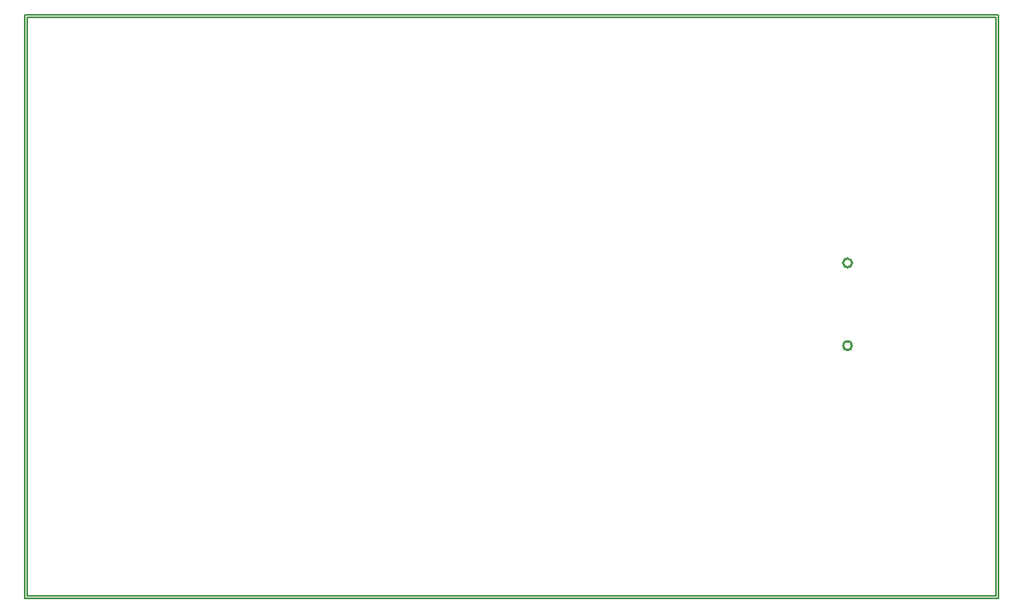
<source format=gko>
%FSLAX25Y25*%
%MOIN*%
G70*
G01*
G75*
G04 Layer_Color=16711935*
%ADD10C,0.02000*%
%ADD11C,0.03000*%
%ADD12C,0.01500*%
%ADD13R,0.01575X0.01181*%
%ADD14R,0.03937X0.02362*%
%ADD15R,0.03347X0.02756*%
%ADD16R,0.07480X0.11811*%
%ADD17O,0.06890X0.02362*%
%ADD18O,0.02362X0.07087*%
%ADD19O,0.07087X0.02362*%
%ADD20O,0.06299X0.02362*%
%ADD21R,0.02756X0.03347*%
%ADD22R,0.00984X0.01575*%
%ADD23R,0.02362X0.01969*%
%ADD24R,0.00984X0.01299*%
G04:AMPARAMS|DCode=25|XSize=35.43mil|YSize=157.48mil|CornerRadius=1.77mil|HoleSize=0mil|Usage=FLASHONLY|Rotation=90.000|XOffset=0mil|YOffset=0mil|HoleType=Round|Shape=RoundedRectangle|*
%AMROUNDEDRECTD25*
21,1,0.03543,0.15394,0,0,90.0*
21,1,0.03189,0.15748,0,0,90.0*
1,1,0.00354,0.07697,0.01595*
1,1,0.00354,0.07697,-0.01595*
1,1,0.00354,-0.07697,-0.01595*
1,1,0.00354,-0.07697,0.01595*
%
%ADD25ROUNDEDRECTD25*%
%ADD26R,0.01181X0.01575*%
%ADD27R,0.02362X0.02362*%
%ADD28R,0.02362X0.02362*%
%ADD29R,0.03347X0.01575*%
%ADD30R,0.05118X0.03937*%
%ADD31O,0.03740X0.00984*%
%ADD32O,0.00984X0.03740*%
%ADD33R,0.08661X0.08661*%
%ADD34R,0.03150X0.02559*%
%ADD35O,0.01378X0.06693*%
%ADD36C,0.03937*%
%ADD37R,0.01200X0.01800*%
%ADD38R,0.07874X0.03937*%
%ADD39R,0.01575X0.05906*%
%ADD40R,0.07874X0.07874*%
%ADD41O,0.03937X0.01181*%
%ADD42R,0.03937X0.01181*%
%ADD43R,0.02500X0.05906*%
%ADD44R,0.04800X0.05600*%
%ADD45R,0.04724X0.03150*%
%ADD46O,0.03740X0.01378*%
%ADD47R,0.08661X0.16929*%
%ADD48R,0.04803X0.02441*%
%ADD49R,0.07087X0.07874*%
%ADD50O,0.06693X0.01063*%
%ADD51R,0.06693X0.01063*%
%ADD52R,0.01063X0.06693*%
%ADD53R,0.08898X0.25590*%
%ADD54R,0.03937X0.05118*%
%ADD55R,0.03937X0.05906*%
%ADD56R,0.07874X0.07874*%
%ADD57R,0.04724X0.09843*%
%ADD58R,0.10000X0.07000*%
%ADD59O,0.05906X0.03150*%
%ADD60R,0.07087X0.03937*%
%ADD61O,0.03150X0.05906*%
%ADD62R,0.03937X0.07087*%
%ADD63C,0.01000*%
%ADD64C,0.08000*%
%ADD65C,0.01200*%
%ADD66C,0.00800*%
%ADD67C,0.02500*%
%ADD68R,0.11600X0.03500*%
%ADD69R,0.12910X0.06885*%
%ADD70R,0.04300X0.04600*%
%ADD71R,0.04600X0.21700*%
%ADD72R,0.34969X0.11400*%
%ADD73R,0.26500X0.16000*%
%ADD74R,0.18000X0.08400*%
%ADD75R,0.10500X0.06400*%
%ADD76R,0.06000X0.09600*%
%ADD77R,0.06700X0.09800*%
%ADD78R,0.04200X0.18700*%
%ADD79R,0.06200X0.14700*%
%ADD80R,0.10400X0.95500*%
%ADD81R,0.27300X0.16100*%
%ADD82R,0.05700X0.21700*%
%ADD83R,0.08100X0.13300*%
%ADD84R,0.08700X0.05400*%
%ADD85R,0.05000X0.07173*%
%ADD86R,0.06600X0.19900*%
%ADD87C,0.00500*%
%ADD88R,0.05906X0.05906*%
%ADD89C,0.05906*%
%ADD90C,0.07874*%
%ADD91R,0.07874X0.07874*%
G04:AMPARAMS|DCode=92|XSize=51.18mil|YSize=173.23mil|CornerRadius=2.56mil|HoleSize=0mil|Usage=FLASHONLY|Rotation=90.000|XOffset=0mil|YOffset=0mil|HoleType=Round|Shape=RoundedRectangle|*
%AMROUNDEDRECTD92*
21,1,0.05118,0.16811,0,0,90.0*
21,1,0.04606,0.17323,0,0,90.0*
1,1,0.00512,0.08406,0.02303*
1,1,0.00512,0.08406,-0.02303*
1,1,0.00512,-0.08406,-0.02303*
1,1,0.00512,-0.08406,0.02303*
%
%ADD92ROUNDEDRECTD92*%
%ADD93C,0.01969*%
%ADD94R,0.05315X0.07284*%
%ADD95C,0.13780*%
%ADD96O,0.07874X0.11811*%
%ADD97R,0.07874X0.11811*%
%ADD98C,0.02000*%
%ADD99C,0.03000*%
%ADD100C,0.03500*%
%ADD101C,0.04000*%
%ADD102C,0.02598*%
%ADD103C,0.04000*%
%ADD104R,0.10876X0.04450*%
%ADD105R,0.12400X0.11000*%
%ADD106R,0.12400X0.13400*%
%ADD107R,0.42200X0.13900*%
%ADD108R,0.28100X0.17200*%
%ADD109R,0.10200X0.09400*%
%ADD110R,0.09500X0.12000*%
%ADD111C,0.05000*%
%ADD112R,0.39000X0.13800*%
%ADD113R,0.06200X0.13300*%
%ADD114R,0.21900X0.04900*%
%ADD115R,0.19300X0.05600*%
%ADD116R,0.27100X0.16800*%
%ADD117R,0.08400X0.08100*%
%ADD118R,0.08300X0.14100*%
%ADD119R,0.08661X0.11024*%
%ADD120R,0.01969X0.07874*%
%ADD121R,0.02362X0.03937*%
%ADD122R,0.02500X0.05500*%
%ADD123R,0.06299X0.01969*%
%ADD124R,0.07874X0.14410*%
%ADD125R,0.07000X0.10000*%
%ADD126R,0.07087X0.03937*%
%ADD127O,0.09843X0.02362*%
%ADD128O,0.08661X0.02362*%
%ADD129O,0.01378X0.03740*%
%ADD130R,0.16929X0.08661*%
%ADD131R,0.04843X0.02559*%
%ADD132R,0.08268X0.02756*%
%ADD133O,0.03543X0.01969*%
%ADD134O,0.03543X0.01969*%
%ADD135R,0.03543X0.01969*%
%ADD136R,0.03347X0.01575*%
%ADD137R,0.07874X0.01969*%
%ADD138R,0.05118X0.19685*%
%ADD139R,0.03150X0.04724*%
%ADD140R,0.19685X0.05118*%
%ADD141C,0.09000*%
%ADD142R,0.22800X0.06300*%
%ADD143R,0.08600X0.09700*%
%ADD144R,0.05400X0.08800*%
%ADD145R,0.03600X0.11400*%
%ADD146R,0.11100X0.13400*%
%ADD147R,0.08800X0.07400*%
%ADD148R,0.29300X0.15600*%
%ADD149R,0.14000X0.54700*%
%ADD150R,0.48700X0.11300*%
%ADD151R,0.26931X0.16000*%
%ADD152R,0.14700X0.03700*%
%ADD153R,0.08500X0.39500*%
%ADD154R,0.04900X0.17100*%
%ADD155R,0.07600X0.09400*%
%ADD156R,0.03474X0.08965*%
%ADD157R,0.08900X0.10200*%
%ADD158R,0.15200X0.28165*%
%ADD159R,0.15800X0.09700*%
%ADD160C,0.00984*%
%ADD161C,0.00300*%
%ADD162C,0.00787*%
%ADD163C,0.02362*%
%ADD164C,0.00600*%
%ADD165C,0.00700*%
%ADD166C,0.00900*%
%ADD167R,0.05417X0.06634*%
%ADD168R,0.02375X0.01981*%
%ADD169R,0.04737X0.03162*%
%ADD170R,0.04147X0.03556*%
%ADD171R,0.08280X0.12611*%
%ADD172O,0.07690X0.03162*%
%ADD173O,0.03162X0.07887*%
%ADD174O,0.07887X0.03162*%
%ADD175O,0.07099X0.03162*%
%ADD176R,0.03556X0.04147*%
%ADD177R,0.01784X0.02375*%
%ADD178R,0.03162X0.02769*%
%ADD179R,0.01784X0.02099*%
G04:AMPARAMS|DCode=180|XSize=39.37mil|YSize=161.42mil|CornerRadius=1.97mil|HoleSize=0mil|Usage=FLASHONLY|Rotation=90.000|XOffset=0mil|YOffset=0mil|HoleType=Round|Shape=RoundedRectangle|*
%AMROUNDEDRECTD180*
21,1,0.03937,0.15748,0,0,90.0*
21,1,0.03543,0.16142,0,0,90.0*
1,1,0.00394,0.07874,0.01772*
1,1,0.00394,0.07874,-0.01772*
1,1,0.00394,-0.07874,-0.01772*
1,1,0.00394,-0.07874,0.01772*
%
%ADD180ROUNDEDRECTD180*%
%ADD181R,0.01981X0.02375*%
%ADD182R,0.03162X0.03162*%
%ADD183R,0.03162X0.03162*%
%ADD184R,0.03740X0.01969*%
%ADD185R,0.05918X0.04737*%
%ADD186O,0.04540X0.01784*%
%ADD187O,0.01784X0.04540*%
%ADD188R,0.09461X0.09461*%
%ADD189R,0.03950X0.03359*%
%ADD190O,0.02178X0.07493*%
%ADD191C,0.04737*%
%ADD192R,0.02000X0.02600*%
%ADD193R,0.08674X0.04737*%
%ADD194R,0.02375X0.06706*%
%ADD195R,0.08674X0.08674*%
%ADD196O,0.04737X0.01981*%
%ADD197R,0.04737X0.01981*%
%ADD198R,0.03300X0.06706*%
%ADD199R,0.05600X0.06400*%
%ADD200R,0.05524X0.03950*%
%ADD201O,0.04540X0.02178*%
%ADD202R,0.09461X0.17729*%
%ADD203R,0.05603X0.03241*%
%ADD204R,0.07887X0.08674*%
%ADD205O,0.07493X0.01863*%
%ADD206R,0.07493X0.01863*%
%ADD207R,0.01863X0.07493*%
%ADD208R,0.09698X0.26391*%
%ADD209R,0.04737X0.05918*%
%ADD210R,0.04737X0.06706*%
%ADD211R,0.08674X0.08674*%
%ADD212R,0.05524X0.10642*%
%ADD213R,0.10800X0.07800*%
%ADD214O,0.06706X0.03950*%
%ADD215R,0.07887X0.04737*%
%ADD216O,0.03950X0.06706*%
%ADD217R,0.04737X0.07887*%
%ADD218R,0.06706X0.06706*%
%ADD219C,0.06706*%
%ADD220C,0.08674*%
%ADD221R,0.08674X0.08674*%
G04:AMPARAMS|DCode=222|XSize=55.12mil|YSize=177.16mil|CornerRadius=2.76mil|HoleSize=0mil|Usage=FLASHONLY|Rotation=90.000|XOffset=0mil|YOffset=0mil|HoleType=Round|Shape=RoundedRectangle|*
%AMROUNDEDRECTD222*
21,1,0.05512,0.17165,0,0,90.0*
21,1,0.04961,0.17716,0,0,90.0*
1,1,0.00551,0.08583,0.02480*
1,1,0.00551,0.08583,-0.02480*
1,1,0.00551,-0.08583,-0.02480*
1,1,0.00551,-0.08583,0.02480*
%
%ADD222ROUNDEDRECTD222*%
%ADD223C,0.02769*%
%ADD224R,0.06115X0.08083*%
%ADD225C,0.14579*%
%ADD226O,0.08674X0.12611*%
%ADD227R,0.08674X0.12611*%
%ADD228C,0.03800*%
%ADD229R,0.09461X0.11824*%
%ADD230R,0.02769X0.08674*%
%ADD231R,0.03162X0.04737*%
%ADD232R,0.03300X0.06300*%
%ADD233R,0.07099X0.02769*%
%ADD234R,0.08674X0.15210*%
%ADD235R,0.07800X0.10800*%
%ADD236R,0.07887X0.04737*%
%ADD237O,0.10642X0.03162*%
%ADD238O,0.09461X0.03162*%
%ADD239O,0.02178X0.04540*%
%ADD240R,0.17729X0.09461*%
%ADD241R,0.05643X0.03359*%
%ADD242R,0.09068X0.03556*%
%ADD243O,0.04343X0.02769*%
%ADD244O,0.04343X0.02769*%
%ADD245R,0.04343X0.02769*%
%ADD246R,0.04147X0.02375*%
%ADD247R,0.08674X0.02769*%
%ADD248R,0.05918X0.20485*%
%ADD249R,0.03950X0.05524*%
%ADD250R,0.20485X0.05918*%
%ADD251C,0.03398*%
D63*
X327253Y111909D02*
G03*
X327253Y111909I-1772J0D01*
G01*
Y78445D02*
G03*
X327253Y78445I-1772J0D01*
G01*
D87*
X385432Y-22700D02*
Y211300D01*
X-6069Y-22700D02*
X385432D01*
X-6069D02*
Y211300D01*
X385432D01*
X-7068Y212300D02*
X386632D01*
X-7068Y-23921D02*
Y212300D01*
Y-23921D02*
X386632D01*
Y212300D01*
M02*

</source>
